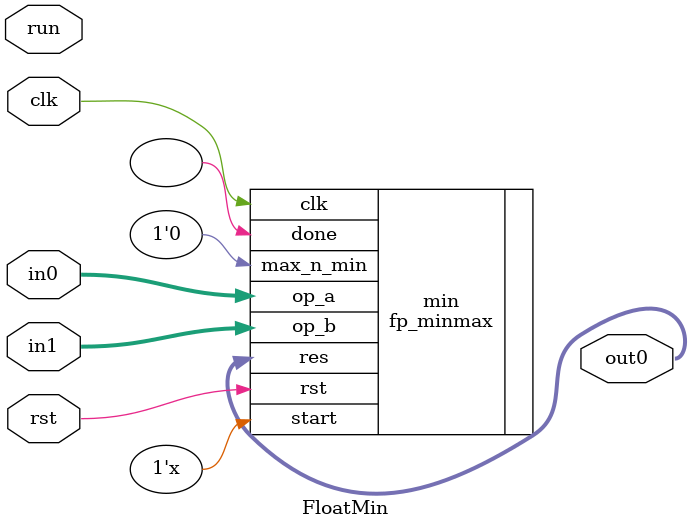
<source format=v>
`timescale 1ns / 1ps
`include "xversat.vh"

module FloatMin #(
         parameter DATA_W = 32
              )
    (
    //control
    input                         clk,
    input                         rst,
    
    input                         run,
    
    //input / output data
    input [DATA_W-1:0]            in0,
    input [DATA_W-1:0]            in1,
    
    (* versat_latency = 1 *) output [DATA_W-1:0]       out0
    );

fp_minmax min(
     .start(1'bx),
     .done(),

     .op_a(in0),
     .op_b(in1),

     .res(out0),

     .max_n_min(1'b0),

     .clk(clk),
     .rst(rst)
     );

endmodule

</source>
